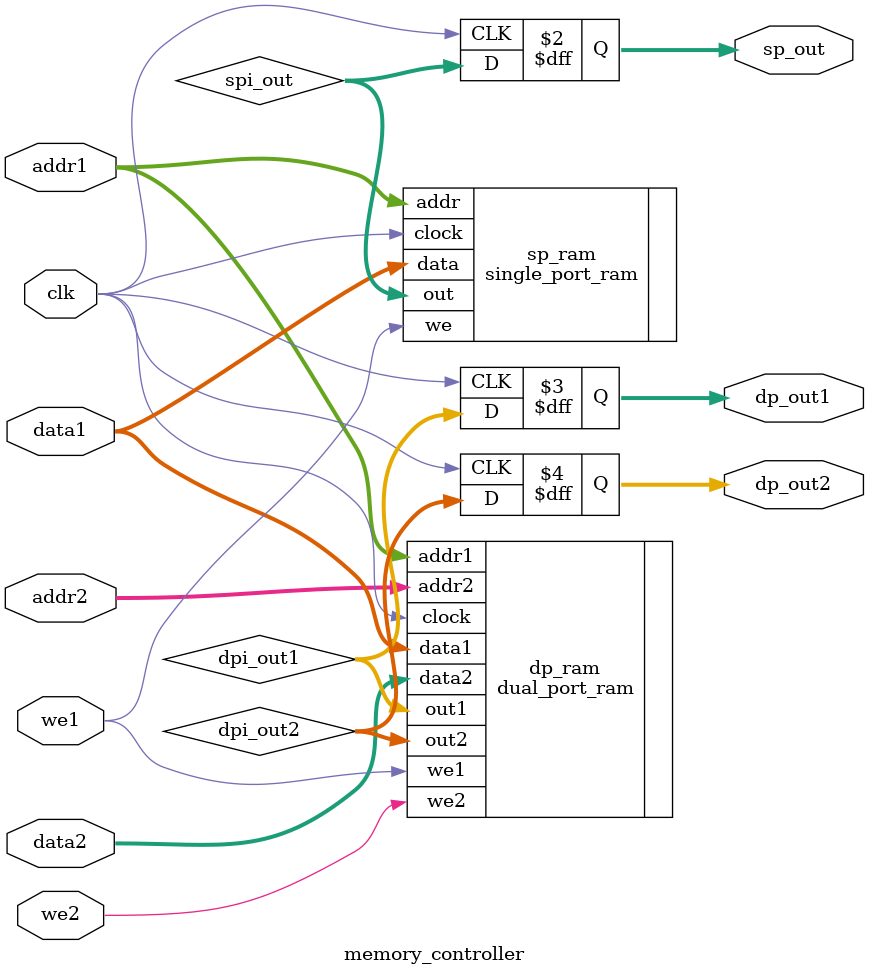
<source format=v>
`define MEMORY_CONTROLLER_ADDR_SIZE 4
`define MEMORY_CONTROLLER_DATA_SIZE 4

module memory_controller
(
	clk,
	addr1,
	addr2,
	we1,
	we2,
	data1,
	data2,
	sp_out, 
	dp_out1,
	dp_out2
);

	input clk;

	input we1, we2; 

	input  [`MEMORY_CONTROLLER_ADDR_SIZE-1:0] addr1,addr2; 

	input  [`MEMORY_CONTROLLER_DATA_SIZE-1:0] data1,data2;

	output [`MEMORY_CONTROLLER_DATA_SIZE-1:0] sp_out,dp_out1,dp_out2;
	reg    [`MEMORY_CONTROLLER_DATA_SIZE-1:0] sp_out,dp_out1,dp_out2;	

	
	wire [`MEMORY_CONTROLLER_DATA_SIZE-1:0] spi_out,dpi_out1,dpi_out2;

	defparam sp_ram.ADDR_WIDTH = `MEMORY_CONTROLLER_ADDR_SIZE;
	defparam sp_ram.DATA_WIDTH = `MEMORY_CONTROLLER_DATA_SIZE;
	single_port_ram sp_ram (		
		.addr (addr1),
		.data (data1),
		.we   (we1),	
		.clock  (clk),	
		.out  (spi_out)
	);

	defparam dp_ram.ADDR_WIDTH = `MEMORY_CONTROLLER_ADDR_SIZE;
	defparam dp_ram.DATA_WIDTH = `MEMORY_CONTROLLER_DATA_SIZE;
	dual_port_ram dp_ram (
                .addr1 (addr1),
		.addr2 (addr2),
                .data1 (data1),
		.data2 (data2),
        	.we1 (we1),
		.we2 (we2),
	        .clock (clk),
        	.out1 (dpi_out1),
		.out2 (dpi_out2)
        );

	always @ (posedge clk)
	begin 
		sp_out <= spi_out; 
		dp_out1 <= dpi_out1; 
		dp_out2 <= dpi_out2; 
	end
endmodule 

</source>
